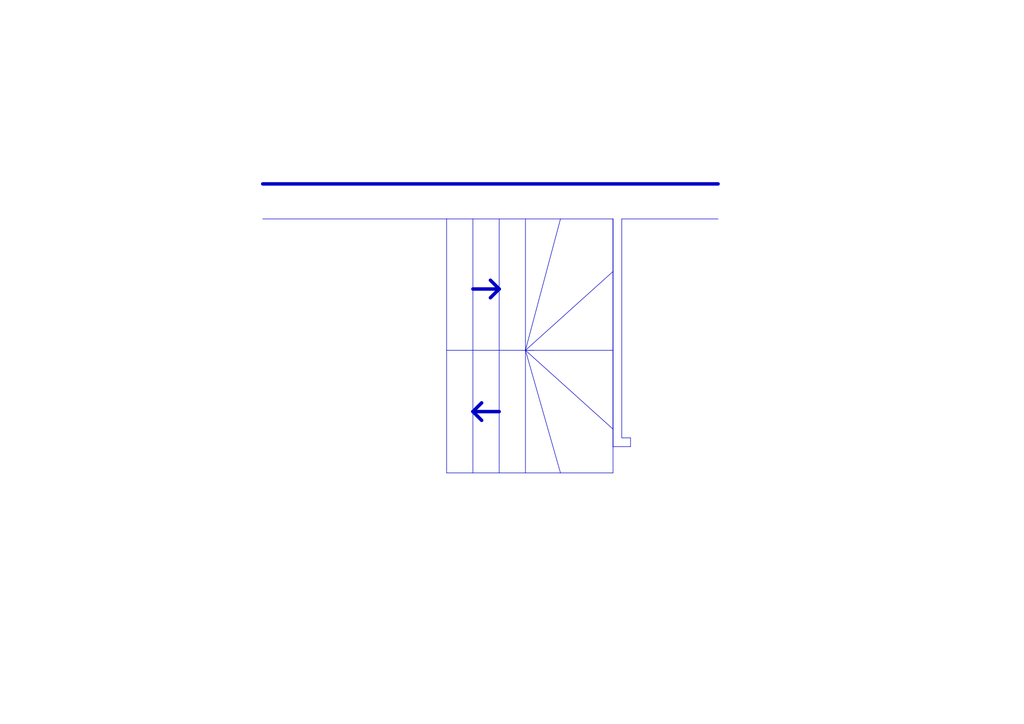
<source format=kicad_sch>
(kicad_sch (version 20230121) (generator eeschema)
  (paper "A4")
  (title_block (title "Projekt elektroinštalácie rodinného domu") (date "2024-05-09") (rev "1") (comment 4 "001-24") (comment 5 "Konanie stavby: 96901 Banská Štiavnica, Belianska 1770/15"))
  (lib_symbols)
  (polyline (pts (xy 152.4 101.6) (xy 152.4 137.16)))
  (polyline (pts (xy 137.16 83.82) (xy 144.78 83.82)) (stroke (width 1)))
  (polyline (pts (xy 144.78 63.5) (xy 144.78 101.6)))
  (polyline (pts (xy 144.78 101.6) (xy 144.78 137.16)))
  (polyline (pts (xy 142.24 81.28) (xy 144.78 83.82)) (stroke (width 1)))
  (polyline (pts (xy 142.24 86.36) (xy 144.78 83.82)) (stroke (width 1)))
  (polyline (pts (xy 129.54 101.6) (xy 154.94 101.6)))
  (polyline (pts (xy 177.8 137.16) (xy 129.54 137.16)))
  (polyline (pts (xy 182.88 129.54) (xy 182.88 127)))
  (polyline (pts (xy 137.16 63.5) (xy 137.16 101.6)))
  (polyline (pts (xy 152.4 101.6) (xy 177.8 101.6)))
  (polyline (pts (xy 180.34 129.54) (xy 182.88 129.54)))
  (polyline (pts (xy 152.4 101.6) (xy 162.56 137.16)))
  (polyline (pts (xy 177.8 129.54) (xy 177.8 137.16)))
  (polyline (pts (xy 152.4 101.6) (xy 177.8 124.46)))
  (polyline (pts (xy 139.7 116.84) (xy 137.16 119.38)) (stroke (width 1)))
  (polyline (pts (xy 180.34 63.5) (xy 180.34 127)))
  (polyline (pts (xy 129.54 137.16) (xy 129.54 63.5)))
  (polyline (pts (xy 180.34 129.54) (xy 177.8 129.54)))
  (polyline (pts (xy 144.78 119.38) (xy 137.16 119.38)) (stroke (width 1)))
  (polyline (pts (xy 129.54 63.5) (xy 177.8 63.5)))
  (polyline (pts (xy 152.4 63.5) (xy 152.4 101.6)))
  (polyline (pts (xy 152.4 101.6) (xy 177.8 78.74)))
  (polyline (pts (xy 177.8 129.54) (xy 177.8 63.5)))
  (polyline (pts (xy 137.16 101.6) (xy 137.16 137.16)))
  (polyline (pts (xy 139.7 121.92) (xy 137.16 119.38)) (stroke (width 1)))
  (polyline (pts (xy 182.88 127) (xy 180.34 127)))
  (polyline (pts (xy 152.4 101.6) (xy 162.56 63.5)))
  (polyline (pts (xy 180.34 63.5) (xy 208.28 63.5)))
  (polyline (pts (xy 76.2 53.34) (xy 208.28 53.34)) (stroke (width 1)))
  (polyline (pts (xy 76.2 63.5) (xy 129.54 63.5)))
  (polyline (pts (xy 177.8 129.54) (xy 177.8 63.5)))
)
</source>
